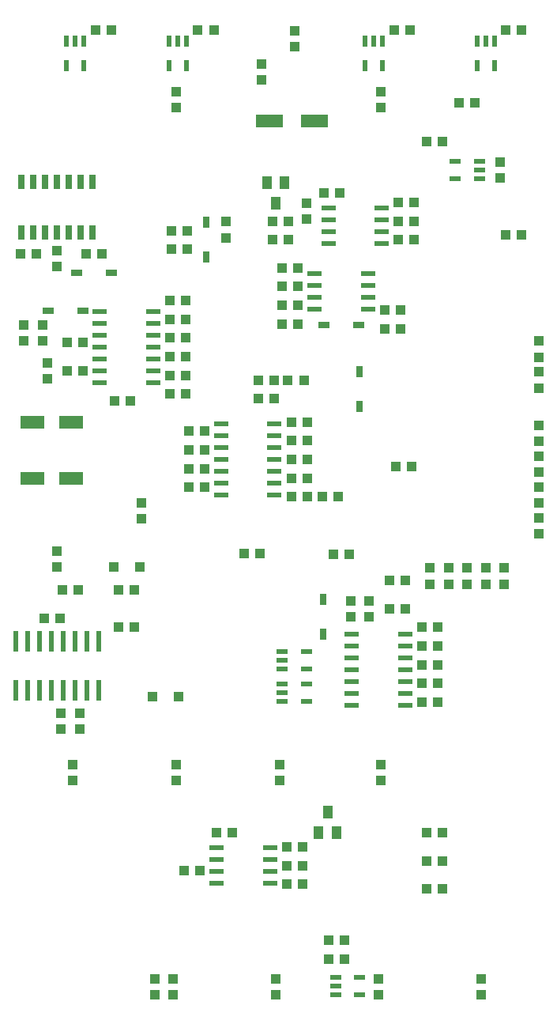
<source format=gbp>
G04 EAGLE Gerber RS-274X export*
G75*
%MOMM*%
%FSLAX34Y34*%
%LPD*%
%INBOTTOM PASTE*%
%IPPOS*%
%AMOC8*
5,1,8,0,0,1.08239X$1,22.5*%
G01*
%ADD10R,1.100000X1.000000*%
%ADD11R,1.000000X1.100000*%
%ADD12R,3.000000X1.400000*%
%ADD13R,2.600000X1.400000*%
%ADD14R,0.700000X1.200000*%
%ADD15R,1.100000X1.100000*%
%ADD16R,1.200000X0.700000*%
%ADD17R,0.600000X1.200000*%
%ADD18R,1.200000X0.600000*%
%ADD19R,1.000000X1.400000*%
%ADD20R,1.524000X0.508000*%
%ADD21R,0.650000X1.525000*%
%ADD22R,0.600000X2.200000*%


D10*
X188500Y925000D03*
X205500Y925000D03*
D11*
X380000Y548500D03*
X380000Y531500D03*
D10*
X206500Y710000D03*
X223500Y710000D03*
X445900Y692300D03*
X428900Y692300D03*
D11*
X581500Y653500D03*
X581500Y670500D03*
D12*
X293500Y1062500D03*
X341500Y1062500D03*
D10*
X323500Y905000D03*
X306500Y905000D03*
X433500Y860000D03*
X416500Y860000D03*
X236500Y300000D03*
X253500Y300000D03*
X328500Y245000D03*
X311500Y245000D03*
X51500Y530000D03*
X68500Y530000D03*
D11*
X465000Y583500D03*
X465000Y566500D03*
X70000Y411500D03*
X70000Y428500D03*
D10*
X186500Y830000D03*
X203500Y830000D03*
X456500Y480000D03*
X473500Y480000D03*
X368500Y985000D03*
X351500Y985000D03*
X448500Y935000D03*
X431500Y935000D03*
D13*
X80500Y680000D03*
X39500Y680000D03*
D10*
X76500Y825000D03*
X93500Y825000D03*
X113500Y920000D03*
X96500Y920000D03*
D13*
X80500Y740000D03*
X39500Y740000D03*
D11*
X246800Y937400D03*
X246800Y954400D03*
X285000Y1106500D03*
X285000Y1123500D03*
X320000Y1158500D03*
X320000Y1141500D03*
X581500Y736500D03*
X581500Y719500D03*
X581500Y620500D03*
X581500Y637500D03*
D10*
X316500Y700000D03*
X333500Y700000D03*
D14*
X350900Y512900D03*
X350900Y549900D03*
D15*
X168000Y445500D03*
X196000Y445500D03*
X154000Y585000D03*
X126000Y585000D03*
D16*
X56500Y859000D03*
X93500Y859000D03*
D14*
X225000Y916500D03*
X225000Y953500D03*
D16*
X123500Y900000D03*
X86500Y900000D03*
D14*
X390000Y793500D03*
X390000Y756500D03*
D16*
X351500Y843500D03*
X388500Y843500D03*
D17*
X75500Y1148060D03*
X85000Y1148060D03*
X94500Y1148060D03*
X94500Y1121940D03*
X75500Y1121940D03*
D18*
X518060Y1019500D03*
X518060Y1010000D03*
X518060Y1000500D03*
X491940Y1000500D03*
X491940Y1019500D03*
D17*
X185500Y1148060D03*
X195000Y1148060D03*
X204500Y1148060D03*
X204500Y1121940D03*
X185500Y1121940D03*
X395500Y1148060D03*
X405000Y1148060D03*
X414500Y1148060D03*
X414500Y1121940D03*
X395500Y1121940D03*
X515500Y1148060D03*
X525000Y1148060D03*
X534500Y1148060D03*
X534500Y1121940D03*
X515500Y1121940D03*
D18*
X363940Y126600D03*
X363940Y136100D03*
X363940Y145600D03*
X390060Y145600D03*
X390060Y126600D03*
X306940Y475500D03*
X306940Y485000D03*
X306940Y494500D03*
X333060Y494500D03*
X333060Y475500D03*
X306940Y440500D03*
X306940Y450000D03*
X306940Y459500D03*
X333060Y459500D03*
X333060Y440500D03*
D19*
X290500Y996000D03*
X309500Y996000D03*
X300000Y974000D03*
X355500Y322100D03*
X346000Y300100D03*
X365000Y300100D03*
D10*
X82000Y356500D03*
X82000Y373500D03*
D11*
X316500Y680000D03*
X333500Y680000D03*
X316500Y660000D03*
X333500Y660000D03*
D10*
X155900Y636600D03*
X155900Y653600D03*
D11*
X366500Y660000D03*
X349500Y660000D03*
D10*
X303900Y356400D03*
X303900Y373400D03*
D11*
X206500Y670000D03*
X223500Y670000D03*
X223500Y690000D03*
X206500Y690000D03*
X266100Y599100D03*
X283100Y599100D03*
D10*
X193400Y1077000D03*
X193400Y1094000D03*
X412900Y356400D03*
X412900Y373400D03*
D11*
X281500Y765000D03*
X298500Y765000D03*
X206500Y730000D03*
X223500Y730000D03*
X281500Y785000D03*
X298500Y785000D03*
X378900Y597900D03*
X361900Y597900D03*
X330000Y785000D03*
X313000Y785000D03*
D10*
X412900Y1076400D03*
X412900Y1093400D03*
D11*
X123500Y1160000D03*
X106500Y1160000D03*
X233500Y1160000D03*
X216500Y1160000D03*
X443500Y1160000D03*
X426500Y1160000D03*
X563500Y1160000D03*
X546500Y1160000D03*
X186500Y850000D03*
X203500Y850000D03*
X316500Y740000D03*
X333500Y740000D03*
X186500Y870000D03*
X203500Y870000D03*
X76500Y795000D03*
X93500Y795000D03*
X127000Y762500D03*
X144000Y762500D03*
D10*
X55000Y803500D03*
X55000Y786500D03*
D11*
X148500Y560000D03*
X131500Y560000D03*
X131500Y520000D03*
X148500Y520000D03*
X71500Y560000D03*
X88500Y560000D03*
X421500Y570000D03*
X438500Y570000D03*
X456500Y520000D03*
X473500Y520000D03*
X473500Y500000D03*
X456500Y500000D03*
D10*
X65100Y602100D03*
X65100Y585100D03*
D11*
X438500Y540000D03*
X421500Y540000D03*
D10*
X400000Y548500D03*
X400000Y531500D03*
X485000Y583500D03*
X485000Y566500D03*
X505000Y583500D03*
X505000Y566500D03*
D11*
X205500Y945000D03*
X188500Y945000D03*
X43500Y920000D03*
X26500Y920000D03*
D10*
X65000Y923500D03*
X65000Y906500D03*
X50000Y843500D03*
X50000Y826500D03*
X30000Y843500D03*
X30000Y826500D03*
X520000Y126500D03*
X520000Y143500D03*
D11*
X316500Y720000D03*
X333500Y720000D03*
X456500Y440000D03*
X473500Y440000D03*
X473500Y460000D03*
X456500Y460000D03*
X356500Y185000D03*
X373500Y185000D03*
D10*
X581500Y776500D03*
X581500Y793500D03*
X581500Y826500D03*
X581500Y809500D03*
X581500Y686500D03*
X581500Y703500D03*
D11*
X373500Y165000D03*
X356500Y165000D03*
D10*
X410000Y126500D03*
X410000Y143500D03*
D11*
X448500Y955000D03*
X431500Y955000D03*
X448500Y975000D03*
X431500Y975000D03*
X203500Y810000D03*
X186500Y810000D03*
X461500Y1040000D03*
X478500Y1040000D03*
X546500Y940000D03*
X563500Y940000D03*
D10*
X545000Y583500D03*
X545000Y566500D03*
D11*
X513700Y1081600D03*
X496700Y1081600D03*
X323500Y885000D03*
X306500Y885000D03*
D10*
X525000Y583500D03*
X525000Y566500D03*
D11*
X306500Y865000D03*
X323500Y865000D03*
X433500Y840000D03*
X416500Y840000D03*
X296500Y955000D03*
X313500Y955000D03*
X296500Y935000D03*
X313500Y935000D03*
X203500Y790000D03*
X186500Y790000D03*
D10*
X332600Y957100D03*
X332600Y974100D03*
D11*
X306500Y845000D03*
X323500Y845000D03*
X311500Y265000D03*
X328500Y265000D03*
X478500Y300000D03*
X461500Y300000D03*
X328500Y285000D03*
X311500Y285000D03*
D10*
X190000Y126500D03*
X190000Y143500D03*
X170000Y126500D03*
X170000Y143500D03*
X90000Y428500D03*
X90000Y411500D03*
D11*
X478500Y270000D03*
X461500Y270000D03*
X478500Y240000D03*
X461500Y240000D03*
X203500Y770000D03*
X186500Y770000D03*
X218500Y260000D03*
X201500Y260000D03*
D10*
X300000Y126500D03*
X300000Y143500D03*
X540000Y1018500D03*
X540000Y1001500D03*
X193400Y356400D03*
X193400Y373400D03*
D20*
X298575Y738100D03*
X298575Y725400D03*
X298575Y712700D03*
X298575Y700000D03*
X298575Y687300D03*
X298575Y674600D03*
X298575Y661900D03*
X241425Y661900D03*
X241425Y674600D03*
X241425Y687300D03*
X241425Y700000D03*
X241425Y712700D03*
X241425Y725400D03*
X241425Y738100D03*
X413702Y969050D03*
X413702Y956350D03*
X413702Y943650D03*
X413702Y930950D03*
X356298Y930950D03*
X356298Y943650D03*
X356298Y956350D03*
X356298Y969050D03*
X168575Y858100D03*
X168575Y845400D03*
X168575Y832700D03*
X168575Y820000D03*
X168575Y807300D03*
X168575Y794600D03*
X168575Y781900D03*
X111425Y781900D03*
X111425Y794600D03*
X111425Y807300D03*
X111425Y820000D03*
X111425Y832700D03*
X111425Y845400D03*
X111425Y858100D03*
D21*
X103100Y942880D03*
X90400Y942880D03*
X77700Y942880D03*
X65000Y942880D03*
X52300Y942880D03*
X39600Y942880D03*
X26900Y942880D03*
X26900Y997120D03*
X39600Y997120D03*
X52300Y997120D03*
X65000Y997120D03*
X77700Y997120D03*
X90400Y997120D03*
X103100Y997120D03*
D20*
X438575Y513100D03*
X438575Y500400D03*
X438575Y487700D03*
X438575Y475000D03*
X438575Y462300D03*
X438575Y449600D03*
X438575Y436900D03*
X381425Y436900D03*
X381425Y449600D03*
X381425Y462300D03*
X381425Y475000D03*
X381425Y487700D03*
X381425Y500400D03*
X381425Y513100D03*
X398702Y899050D03*
X398702Y886350D03*
X398702Y873650D03*
X398702Y860950D03*
X341298Y860950D03*
X341298Y873650D03*
X341298Y886350D03*
X341298Y899050D03*
X293702Y284050D03*
X293702Y271350D03*
X293702Y258650D03*
X293702Y245950D03*
X236298Y245950D03*
X236298Y258650D03*
X236298Y271350D03*
X236298Y284050D03*
D22*
X110550Y453100D03*
X97850Y453100D03*
X85150Y453100D03*
X72450Y453100D03*
X59750Y453100D03*
X47050Y453100D03*
X34350Y453100D03*
X21650Y453100D03*
X21650Y505100D03*
X34350Y505100D03*
X47050Y505100D03*
X59750Y505100D03*
X72450Y505100D03*
X85150Y505100D03*
X97850Y505100D03*
X110550Y505100D03*
M02*

</source>
